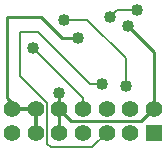
<source format=gbr>
G04 DipTrace 4.1.3.1*
G04 2 - Bottom.gbr*
%MOIN*%
G04 #@! TF.FileFunction,Copper,L2,Bot*
G04 #@! TF.Part,Single*
G04 #@! TA.AperFunction,Conductor*
%ADD13C,0.011417*%
%ADD14C,0.009843*%
%ADD15C,0.01378*%
%ADD16C,0.005906*%
G04 #@! TA.AperFunction,ComponentPad*
%ADD18R,0.055118X0.055118*%
%ADD19C,0.055118*%
G04 #@! TA.AperFunction,ViaPad*
%ADD20C,0.04*%
%FSLAX26Y26*%
G04*
G70*
G90*
G75*
G01*
G04 Bottom*
%LPD*%
X526772Y553740D2*
D15*
Y632480D1*
X448031D2*
Y653937D1*
D13*
X431890Y670079D1*
Y938976D1*
X544488D1*
X612598Y870866D1*
X665748D1*
X526772Y632480D2*
D15*
X448031D1*
X833980Y909650D2*
D14*
X920472Y823157D1*
Y632480D1*
X605512D2*
Y553740D1*
Y632480D2*
Y685945D1*
X920472Y632480D2*
D16*
X918701D1*
D14*
X878740Y592520D1*
X645472D1*
X605512Y632480D1*
X773311Y940161D2*
D16*
X798110Y964961D1*
X863386D1*
X826772Y711811D2*
Y802362D1*
X697638Y931496D1*
X620472D1*
X748425Y716142D2*
X708661D1*
X533465Y891339D1*
X475591D1*
Y744402D1*
X564961Y655031D1*
Y518039D1*
X577488Y505512D1*
X714764D1*
X762992Y553740D1*
X517717Y837008D2*
X684252Y670472D1*
Y632480D1*
D20*
X665748Y870866D3*
X833980Y909650D3*
X605512Y685945D3*
X863386Y964961D3*
X773311Y940161D3*
X620472Y931496D3*
X826772Y711811D3*
X748425Y716142D3*
X517717Y837008D3*
D18*
X920472Y553740D3*
D19*
Y632480D3*
X841732Y553740D3*
Y632480D3*
X762992Y553740D3*
Y632480D3*
X684252Y553740D3*
Y632480D3*
X605512Y553740D3*
Y632480D3*
X526772Y553740D3*
Y632480D3*
X448031Y553740D3*
Y632480D3*
M02*

</source>
